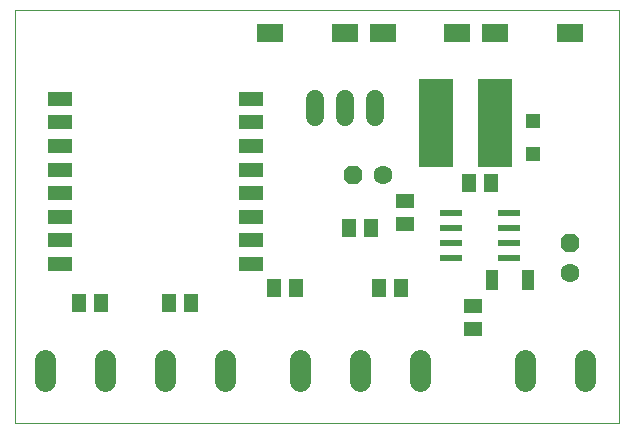
<source format=gts>
G75*
%MOIN*%
%OFA0B0*%
%FSLAX25Y25*%
%IPPOS*%
%LPD*%
%AMOC8*
5,1,8,0,0,1.08239X$1,22.5*
%
%ADD10C,0.00000*%
%ADD11OC8,0.06300*%
%ADD12C,0.06300*%
%ADD13R,0.05118X0.05906*%
%ADD14R,0.04400X0.07100*%
%ADD15R,0.09055X0.06299*%
%ADD16R,0.04724X0.04724*%
%ADD17R,0.07874X0.04724*%
%ADD18R,0.11800X0.29500*%
%ADD19R,0.05906X0.05118*%
%ADD20C,0.07050*%
%ADD21R,0.07800X0.02200*%
%ADD22C,0.06000*%
D10*
X0032595Y0023933D02*
X0032595Y0161394D01*
X0233796Y0161394D01*
X0233796Y0023933D01*
X0032595Y0023933D01*
D11*
X0145095Y0106433D03*
X0217595Y0083933D03*
D12*
X0217595Y0073933D03*
X0155095Y0106433D03*
D13*
X0151335Y0088933D03*
X0143855Y0088933D03*
X0153855Y0068933D03*
X0161335Y0068933D03*
X0126335Y0068933D03*
X0118855Y0068933D03*
X0091335Y0063933D03*
X0083855Y0063933D03*
X0061335Y0063933D03*
X0053855Y0063933D03*
X0183855Y0103933D03*
X0191335Y0103933D03*
D14*
X0191695Y0071433D03*
X0203495Y0071433D03*
D15*
X0192694Y0153933D03*
X0179997Y0153933D03*
X0155194Y0153933D03*
X0142497Y0153933D03*
X0117694Y0153933D03*
X0217497Y0153933D03*
D16*
X0205095Y0124445D03*
X0205095Y0113421D03*
D17*
X0111375Y0116177D03*
X0111375Y0124051D03*
X0111375Y0131925D03*
X0111375Y0108303D03*
X0111375Y0100429D03*
X0111375Y0092555D03*
X0111375Y0084681D03*
X0111375Y0076807D03*
X0047595Y0076807D03*
X0047595Y0084681D03*
X0047595Y0092555D03*
X0047595Y0100429D03*
X0047595Y0108303D03*
X0047595Y0116177D03*
X0047595Y0124051D03*
X0047595Y0131925D03*
D18*
X0172745Y0123933D03*
X0192445Y0123933D03*
D19*
X0162595Y0097673D03*
X0162595Y0090193D03*
X0185095Y0062673D03*
X0185095Y0055193D03*
D20*
X0202595Y0044958D02*
X0202595Y0037908D01*
X0222595Y0037908D02*
X0222595Y0044958D01*
X0167595Y0044958D02*
X0167595Y0037908D01*
X0147595Y0037908D02*
X0147595Y0044958D01*
X0127595Y0044958D02*
X0127595Y0037908D01*
X0102595Y0037908D02*
X0102595Y0044958D01*
X0082595Y0044958D02*
X0082595Y0037908D01*
X0062595Y0037908D02*
X0062595Y0044958D01*
X0042595Y0044958D02*
X0042595Y0037908D01*
D21*
X0177895Y0078933D03*
X0177895Y0083933D03*
X0177895Y0088933D03*
X0177895Y0093933D03*
X0197295Y0093933D03*
X0197295Y0088933D03*
X0197295Y0083933D03*
X0197295Y0078933D03*
D22*
X0152595Y0125933D02*
X0152595Y0131933D01*
X0142595Y0131933D02*
X0142595Y0125933D01*
X0132595Y0125933D02*
X0132595Y0131933D01*
M02*

</source>
